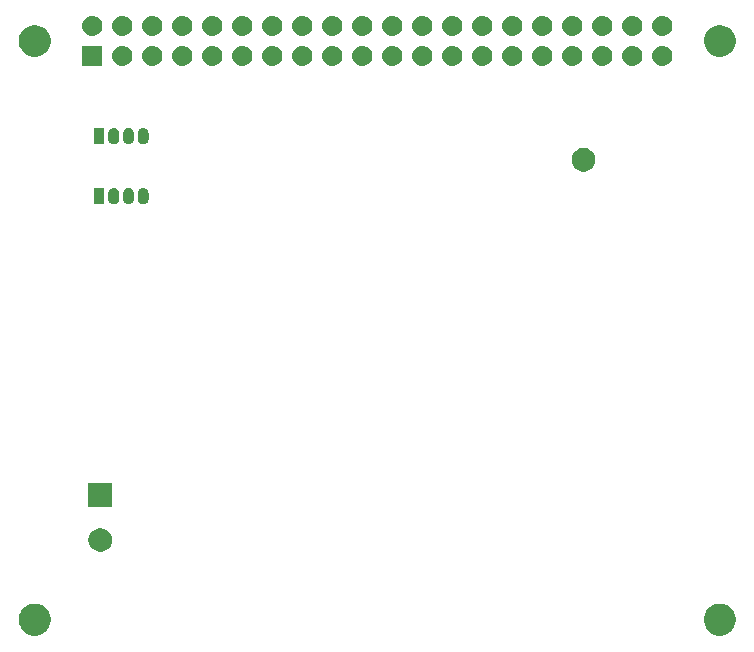
<source format=gbs>
G04 #@! TF.GenerationSoftware,KiCad,Pcbnew,(5.1.0)-1*
G04 #@! TF.CreationDate,2019-05-14T12:18:11-07:00*
G04 #@! TF.ProjectId,ROVPCB,524f5650-4342-42e6-9b69-6361645f7063,rev?*
G04 #@! TF.SameCoordinates,Original*
G04 #@! TF.FileFunction,Soldermask,Bot*
G04 #@! TF.FilePolarity,Negative*
%FSLAX46Y46*%
G04 Gerber Fmt 4.6, Leading zero omitted, Abs format (unit mm)*
G04 Created by KiCad (PCBNEW (5.1.0)-1) date 2019-05-14 12:18:11*
%MOMM*%
%LPD*%
G04 APERTURE LIST*
%ADD10C,0.150000*%
G04 APERTURE END LIST*
D10*
G36*
X203893779Y-145201879D02*
G01*
X204139463Y-145303645D01*
X204139465Y-145303646D01*
X204250769Y-145378017D01*
X204360574Y-145451386D01*
X204548614Y-145639426D01*
X204696355Y-145860537D01*
X204798121Y-146106221D01*
X204850000Y-146367035D01*
X204850000Y-146632965D01*
X204798121Y-146893779D01*
X204696355Y-147139463D01*
X204696354Y-147139465D01*
X204548613Y-147360575D01*
X204360575Y-147548613D01*
X204139465Y-147696354D01*
X204139464Y-147696355D01*
X204139463Y-147696355D01*
X203893779Y-147798121D01*
X203632965Y-147850000D01*
X203367035Y-147850000D01*
X203106221Y-147798121D01*
X202860537Y-147696355D01*
X202860536Y-147696355D01*
X202860535Y-147696354D01*
X202639425Y-147548613D01*
X202451387Y-147360575D01*
X202303646Y-147139465D01*
X202303645Y-147139463D01*
X202201879Y-146893779D01*
X202150000Y-146632965D01*
X202150000Y-146367035D01*
X202201879Y-146106221D01*
X202303645Y-145860537D01*
X202451386Y-145639426D01*
X202639426Y-145451386D01*
X202749231Y-145378017D01*
X202860535Y-145303646D01*
X202860537Y-145303645D01*
X203106221Y-145201879D01*
X203367035Y-145150000D01*
X203632965Y-145150000D01*
X203893779Y-145201879D01*
X203893779Y-145201879D01*
G37*
G36*
X261893779Y-145201879D02*
G01*
X262139463Y-145303645D01*
X262139465Y-145303646D01*
X262250769Y-145378017D01*
X262360574Y-145451386D01*
X262548614Y-145639426D01*
X262696355Y-145860537D01*
X262798121Y-146106221D01*
X262850000Y-146367035D01*
X262850000Y-146632965D01*
X262798121Y-146893779D01*
X262696355Y-147139463D01*
X262696354Y-147139465D01*
X262548613Y-147360575D01*
X262360575Y-147548613D01*
X262139465Y-147696354D01*
X262139464Y-147696355D01*
X262139463Y-147696355D01*
X261893779Y-147798121D01*
X261632965Y-147850000D01*
X261367035Y-147850000D01*
X261106221Y-147798121D01*
X260860537Y-147696355D01*
X260860536Y-147696355D01*
X260860535Y-147696354D01*
X260639425Y-147548613D01*
X260451387Y-147360575D01*
X260303646Y-147139465D01*
X260303645Y-147139463D01*
X260201879Y-146893779D01*
X260150000Y-146632965D01*
X260150000Y-146367035D01*
X260201879Y-146106221D01*
X260303645Y-145860537D01*
X260451386Y-145639426D01*
X260639426Y-145451386D01*
X260749231Y-145378017D01*
X260860535Y-145303646D01*
X260860537Y-145303645D01*
X261106221Y-145201879D01*
X261367035Y-145150000D01*
X261632965Y-145150000D01*
X261893779Y-145201879D01*
X261893779Y-145201879D01*
G37*
G36*
X209331539Y-138798919D02*
G01*
X209513437Y-138874264D01*
X209677135Y-138983643D01*
X209816357Y-139122865D01*
X209925736Y-139286563D01*
X210001081Y-139468461D01*
X210039490Y-139661557D01*
X210039490Y-139858443D01*
X210001081Y-140051539D01*
X209925736Y-140233437D01*
X209816357Y-140397135D01*
X209677135Y-140536357D01*
X209513437Y-140645736D01*
X209331539Y-140721081D01*
X209138443Y-140759490D01*
X208941557Y-140759490D01*
X208748461Y-140721081D01*
X208566563Y-140645736D01*
X208402865Y-140536357D01*
X208263643Y-140397135D01*
X208154264Y-140233437D01*
X208078919Y-140051539D01*
X208040510Y-139858443D01*
X208040510Y-139661557D01*
X208078919Y-139468461D01*
X208154264Y-139286563D01*
X208263643Y-139122865D01*
X208402865Y-138983643D01*
X208566563Y-138874264D01*
X208748461Y-138798919D01*
X208941557Y-138760510D01*
X209138443Y-138760510D01*
X209331539Y-138798919D01*
X209331539Y-138798919D01*
G37*
G36*
X210039490Y-136949490D02*
G01*
X208040510Y-136949490D01*
X208040510Y-134950510D01*
X210039490Y-134950510D01*
X210039490Y-136949490D01*
X210039490Y-136949490D01*
G37*
G36*
X210268214Y-109936511D02*
G01*
X210353040Y-109962243D01*
X210353042Y-109962244D01*
X210431214Y-110004028D01*
X210499738Y-110060263D01*
X210555972Y-110128785D01*
X210569984Y-110155000D01*
X210597757Y-110206959D01*
X210623489Y-110291785D01*
X210630000Y-110357895D01*
X210630000Y-110902105D01*
X210623489Y-110968215D01*
X210597757Y-111053041D01*
X210597756Y-111053043D01*
X210555972Y-111131215D01*
X210499738Y-111199738D01*
X210431215Y-111255972D01*
X210382563Y-111281977D01*
X210353041Y-111297757D01*
X210268215Y-111323489D01*
X210180000Y-111332177D01*
X210091786Y-111323489D01*
X210006960Y-111297757D01*
X209977438Y-111281977D01*
X209928786Y-111255972D01*
X209860263Y-111199738D01*
X209804030Y-111131217D01*
X209762243Y-111053041D01*
X209736511Y-110968213D01*
X209730000Y-110902106D01*
X209730000Y-110357895D01*
X209736511Y-110291788D01*
X209736511Y-110291786D01*
X209762243Y-110206960D01*
X209762245Y-110206957D01*
X209804028Y-110128786D01*
X209860263Y-110060262D01*
X209928785Y-110004028D01*
X210006957Y-109962244D01*
X210006959Y-109962243D01*
X210091785Y-109936511D01*
X210180000Y-109927823D01*
X210268214Y-109936511D01*
X210268214Y-109936511D01*
G37*
G36*
X211518214Y-109936511D02*
G01*
X211603040Y-109962243D01*
X211603042Y-109962244D01*
X211681214Y-110004028D01*
X211749738Y-110060263D01*
X211805972Y-110128785D01*
X211819984Y-110155000D01*
X211847757Y-110206959D01*
X211873489Y-110291785D01*
X211880000Y-110357895D01*
X211880000Y-110902105D01*
X211873489Y-110968215D01*
X211847757Y-111053041D01*
X211847756Y-111053043D01*
X211805972Y-111131215D01*
X211749738Y-111199738D01*
X211681215Y-111255972D01*
X211632563Y-111281977D01*
X211603041Y-111297757D01*
X211518215Y-111323489D01*
X211430000Y-111332177D01*
X211341786Y-111323489D01*
X211256960Y-111297757D01*
X211227438Y-111281977D01*
X211178786Y-111255972D01*
X211110263Y-111199738D01*
X211054030Y-111131217D01*
X211012243Y-111053041D01*
X210986511Y-110968213D01*
X210980000Y-110902106D01*
X210980000Y-110357895D01*
X210986511Y-110291788D01*
X210986511Y-110291786D01*
X211012243Y-110206960D01*
X211012245Y-110206957D01*
X211054028Y-110128786D01*
X211110263Y-110060262D01*
X211178785Y-110004028D01*
X211256957Y-109962244D01*
X211256959Y-109962243D01*
X211341785Y-109936511D01*
X211430000Y-109927823D01*
X211518214Y-109936511D01*
X211518214Y-109936511D01*
G37*
G36*
X212768214Y-109936511D02*
G01*
X212853040Y-109962243D01*
X212853042Y-109962244D01*
X212931214Y-110004028D01*
X212999738Y-110060263D01*
X213055972Y-110128785D01*
X213069984Y-110155000D01*
X213097757Y-110206959D01*
X213123489Y-110291785D01*
X213130000Y-110357895D01*
X213130000Y-110902105D01*
X213123489Y-110968215D01*
X213097757Y-111053041D01*
X213097756Y-111053043D01*
X213055972Y-111131215D01*
X212999738Y-111199738D01*
X212931215Y-111255972D01*
X212882563Y-111281977D01*
X212853041Y-111297757D01*
X212768215Y-111323489D01*
X212680000Y-111332177D01*
X212591786Y-111323489D01*
X212506960Y-111297757D01*
X212477438Y-111281977D01*
X212428786Y-111255972D01*
X212360263Y-111199738D01*
X212304030Y-111131217D01*
X212262243Y-111053041D01*
X212236511Y-110968213D01*
X212230000Y-110902106D01*
X212230000Y-110357895D01*
X212236511Y-110291788D01*
X212236511Y-110291786D01*
X212262243Y-110206960D01*
X212262245Y-110206957D01*
X212304028Y-110128786D01*
X212360263Y-110060262D01*
X212428785Y-110004028D01*
X212506957Y-109962244D01*
X212506959Y-109962243D01*
X212591785Y-109936511D01*
X212680000Y-109927823D01*
X212768214Y-109936511D01*
X212768214Y-109936511D01*
G37*
G36*
X209249083Y-109933715D02*
G01*
X209279454Y-109942928D01*
X209307445Y-109957890D01*
X209331977Y-109978023D01*
X209352110Y-110002555D01*
X209367072Y-110030546D01*
X209376285Y-110060917D01*
X209380000Y-110098640D01*
X209380000Y-111161360D01*
X209376285Y-111199083D01*
X209367072Y-111229454D01*
X209352110Y-111257445D01*
X209331977Y-111281977D01*
X209307445Y-111302110D01*
X209279454Y-111317072D01*
X209249083Y-111326285D01*
X209211360Y-111330000D01*
X208648640Y-111330000D01*
X208610917Y-111326285D01*
X208580546Y-111317072D01*
X208552555Y-111302110D01*
X208528023Y-111281977D01*
X208507890Y-111257445D01*
X208492928Y-111229454D01*
X208483715Y-111199083D01*
X208480000Y-111161360D01*
X208480000Y-110098640D01*
X208483715Y-110060917D01*
X208492928Y-110030546D01*
X208507890Y-110002555D01*
X208528023Y-109978023D01*
X208552555Y-109957890D01*
X208580546Y-109942928D01*
X208610917Y-109933715D01*
X208648640Y-109930000D01*
X209211360Y-109930000D01*
X209249083Y-109933715D01*
X209249083Y-109933715D01*
G37*
G36*
X250261539Y-106598919D02*
G01*
X250443437Y-106674264D01*
X250607135Y-106783643D01*
X250746357Y-106922865D01*
X250855736Y-107086563D01*
X250931081Y-107268461D01*
X250969490Y-107461557D01*
X250969490Y-107658443D01*
X250931081Y-107851539D01*
X250855736Y-108033437D01*
X250746357Y-108197135D01*
X250607135Y-108336357D01*
X250443437Y-108445736D01*
X250261539Y-108521081D01*
X250068443Y-108559490D01*
X249871557Y-108559490D01*
X249678461Y-108521081D01*
X249496563Y-108445736D01*
X249332865Y-108336357D01*
X249193643Y-108197135D01*
X249084264Y-108033437D01*
X249008919Y-107851539D01*
X248970510Y-107658443D01*
X248970510Y-107461557D01*
X249008919Y-107268461D01*
X249084264Y-107086563D01*
X249193643Y-106922865D01*
X249332865Y-106783643D01*
X249496563Y-106674264D01*
X249678461Y-106598919D01*
X249871557Y-106560510D01*
X250068443Y-106560510D01*
X250261539Y-106598919D01*
X250261539Y-106598919D01*
G37*
G36*
X212768214Y-104856511D02*
G01*
X212853040Y-104882243D01*
X212853042Y-104882244D01*
X212931214Y-104924028D01*
X212999738Y-104980263D01*
X213055972Y-105048785D01*
X213069984Y-105075000D01*
X213097757Y-105126959D01*
X213123489Y-105211785D01*
X213130000Y-105277895D01*
X213130000Y-105822105D01*
X213123489Y-105888215D01*
X213097757Y-105973041D01*
X213097756Y-105973043D01*
X213055972Y-106051215D01*
X212999738Y-106119738D01*
X212931215Y-106175972D01*
X212882563Y-106201977D01*
X212853041Y-106217757D01*
X212768215Y-106243489D01*
X212680000Y-106252177D01*
X212591786Y-106243489D01*
X212506960Y-106217757D01*
X212477438Y-106201977D01*
X212428786Y-106175972D01*
X212360263Y-106119738D01*
X212304030Y-106051217D01*
X212262243Y-105973041D01*
X212236511Y-105888213D01*
X212230000Y-105822106D01*
X212230000Y-105277895D01*
X212236511Y-105211788D01*
X212236511Y-105211786D01*
X212262243Y-105126960D01*
X212262245Y-105126957D01*
X212304028Y-105048786D01*
X212360263Y-104980262D01*
X212428785Y-104924028D01*
X212506957Y-104882244D01*
X212506959Y-104882243D01*
X212591785Y-104856511D01*
X212680000Y-104847823D01*
X212768214Y-104856511D01*
X212768214Y-104856511D01*
G37*
G36*
X211518214Y-104856511D02*
G01*
X211603040Y-104882243D01*
X211603042Y-104882244D01*
X211681214Y-104924028D01*
X211749738Y-104980263D01*
X211805972Y-105048785D01*
X211819984Y-105075000D01*
X211847757Y-105126959D01*
X211873489Y-105211785D01*
X211880000Y-105277895D01*
X211880000Y-105822105D01*
X211873489Y-105888215D01*
X211847757Y-105973041D01*
X211847756Y-105973043D01*
X211805972Y-106051215D01*
X211749738Y-106119738D01*
X211681215Y-106175972D01*
X211632563Y-106201977D01*
X211603041Y-106217757D01*
X211518215Y-106243489D01*
X211430000Y-106252177D01*
X211341786Y-106243489D01*
X211256960Y-106217757D01*
X211227438Y-106201977D01*
X211178786Y-106175972D01*
X211110263Y-106119738D01*
X211054030Y-106051217D01*
X211012243Y-105973041D01*
X210986511Y-105888213D01*
X210980000Y-105822106D01*
X210980000Y-105277895D01*
X210986511Y-105211788D01*
X210986511Y-105211786D01*
X211012243Y-105126960D01*
X211012245Y-105126957D01*
X211054028Y-105048786D01*
X211110263Y-104980262D01*
X211178785Y-104924028D01*
X211256957Y-104882244D01*
X211256959Y-104882243D01*
X211341785Y-104856511D01*
X211430000Y-104847823D01*
X211518214Y-104856511D01*
X211518214Y-104856511D01*
G37*
G36*
X210268214Y-104856511D02*
G01*
X210353040Y-104882243D01*
X210353042Y-104882244D01*
X210431214Y-104924028D01*
X210499738Y-104980263D01*
X210555972Y-105048785D01*
X210569984Y-105075000D01*
X210597757Y-105126959D01*
X210623489Y-105211785D01*
X210630000Y-105277895D01*
X210630000Y-105822105D01*
X210623489Y-105888215D01*
X210597757Y-105973041D01*
X210597756Y-105973043D01*
X210555972Y-106051215D01*
X210499738Y-106119738D01*
X210431215Y-106175972D01*
X210382563Y-106201977D01*
X210353041Y-106217757D01*
X210268215Y-106243489D01*
X210180000Y-106252177D01*
X210091786Y-106243489D01*
X210006960Y-106217757D01*
X209977438Y-106201977D01*
X209928786Y-106175972D01*
X209860263Y-106119738D01*
X209804030Y-106051217D01*
X209762243Y-105973041D01*
X209736511Y-105888213D01*
X209730000Y-105822106D01*
X209730000Y-105277895D01*
X209736511Y-105211788D01*
X209736511Y-105211786D01*
X209762243Y-105126960D01*
X209762245Y-105126957D01*
X209804028Y-105048786D01*
X209860263Y-104980262D01*
X209928785Y-104924028D01*
X210006957Y-104882244D01*
X210006959Y-104882243D01*
X210091785Y-104856511D01*
X210180000Y-104847823D01*
X210268214Y-104856511D01*
X210268214Y-104856511D01*
G37*
G36*
X209249083Y-104853715D02*
G01*
X209279454Y-104862928D01*
X209307445Y-104877890D01*
X209331977Y-104898023D01*
X209352110Y-104922555D01*
X209367072Y-104950546D01*
X209376285Y-104980917D01*
X209380000Y-105018640D01*
X209380000Y-106081360D01*
X209376285Y-106119083D01*
X209367072Y-106149454D01*
X209352110Y-106177445D01*
X209331977Y-106201977D01*
X209307445Y-106222110D01*
X209279454Y-106237072D01*
X209249083Y-106246285D01*
X209211360Y-106250000D01*
X208648640Y-106250000D01*
X208610917Y-106246285D01*
X208580546Y-106237072D01*
X208552555Y-106222110D01*
X208528023Y-106201977D01*
X208507890Y-106177445D01*
X208492928Y-106149454D01*
X208483715Y-106119083D01*
X208480000Y-106081360D01*
X208480000Y-105018640D01*
X208483715Y-104980917D01*
X208492928Y-104950546D01*
X208507890Y-104922555D01*
X208528023Y-104898023D01*
X208552555Y-104877890D01*
X208580546Y-104862928D01*
X208610917Y-104853715D01*
X208648640Y-104850000D01*
X209211360Y-104850000D01*
X209249083Y-104853715D01*
X209249083Y-104853715D01*
G37*
G36*
X241556627Y-97932299D02*
G01*
X241636742Y-97956601D01*
X241716855Y-97980903D01*
X241716857Y-97980904D01*
X241864518Y-98059831D01*
X241993949Y-98166051D01*
X242100169Y-98295482D01*
X242179096Y-98443143D01*
X242227701Y-98603373D01*
X242244112Y-98770000D01*
X242227701Y-98936627D01*
X242179096Y-99096857D01*
X242100169Y-99244518D01*
X241993949Y-99373949D01*
X241864518Y-99480169D01*
X241716857Y-99559096D01*
X241716855Y-99559097D01*
X241636742Y-99583398D01*
X241556627Y-99607701D01*
X241431752Y-99620000D01*
X241348248Y-99620000D01*
X241223373Y-99607701D01*
X241143258Y-99583398D01*
X241063145Y-99559097D01*
X241063143Y-99559096D01*
X240915482Y-99480169D01*
X240786051Y-99373949D01*
X240679831Y-99244518D01*
X240600904Y-99096857D01*
X240552299Y-98936627D01*
X240535888Y-98770000D01*
X240552299Y-98603373D01*
X240600904Y-98443143D01*
X240679831Y-98295482D01*
X240786051Y-98166051D01*
X240915482Y-98059831D01*
X241063143Y-97980904D01*
X241063145Y-97980903D01*
X241143258Y-97956601D01*
X241223373Y-97932299D01*
X241348248Y-97920000D01*
X241431752Y-97920000D01*
X241556627Y-97932299D01*
X241556627Y-97932299D01*
G37*
G36*
X256796627Y-97932299D02*
G01*
X256876742Y-97956601D01*
X256956855Y-97980903D01*
X256956857Y-97980904D01*
X257104518Y-98059831D01*
X257233949Y-98166051D01*
X257340169Y-98295482D01*
X257419096Y-98443143D01*
X257467701Y-98603373D01*
X257484112Y-98770000D01*
X257467701Y-98936627D01*
X257419096Y-99096857D01*
X257340169Y-99244518D01*
X257233949Y-99373949D01*
X257104518Y-99480169D01*
X256956857Y-99559096D01*
X256956855Y-99559097D01*
X256876742Y-99583398D01*
X256796627Y-99607701D01*
X256671752Y-99620000D01*
X256588248Y-99620000D01*
X256463373Y-99607701D01*
X256383258Y-99583398D01*
X256303145Y-99559097D01*
X256303143Y-99559096D01*
X256155482Y-99480169D01*
X256026051Y-99373949D01*
X255919831Y-99244518D01*
X255840904Y-99096857D01*
X255792299Y-98936627D01*
X255775888Y-98770000D01*
X255792299Y-98603373D01*
X255840904Y-98443143D01*
X255919831Y-98295482D01*
X256026051Y-98166051D01*
X256155482Y-98059831D01*
X256303143Y-97980904D01*
X256303145Y-97980903D01*
X256383258Y-97956601D01*
X256463373Y-97932299D01*
X256588248Y-97920000D01*
X256671752Y-97920000D01*
X256796627Y-97932299D01*
X256796627Y-97932299D01*
G37*
G36*
X254256627Y-97932299D02*
G01*
X254336742Y-97956601D01*
X254416855Y-97980903D01*
X254416857Y-97980904D01*
X254564518Y-98059831D01*
X254693949Y-98166051D01*
X254800169Y-98295482D01*
X254879096Y-98443143D01*
X254927701Y-98603373D01*
X254944112Y-98770000D01*
X254927701Y-98936627D01*
X254879096Y-99096857D01*
X254800169Y-99244518D01*
X254693949Y-99373949D01*
X254564518Y-99480169D01*
X254416857Y-99559096D01*
X254416855Y-99559097D01*
X254336742Y-99583398D01*
X254256627Y-99607701D01*
X254131752Y-99620000D01*
X254048248Y-99620000D01*
X253923373Y-99607701D01*
X253843258Y-99583398D01*
X253763145Y-99559097D01*
X253763143Y-99559096D01*
X253615482Y-99480169D01*
X253486051Y-99373949D01*
X253379831Y-99244518D01*
X253300904Y-99096857D01*
X253252299Y-98936627D01*
X253235888Y-98770000D01*
X253252299Y-98603373D01*
X253300904Y-98443143D01*
X253379831Y-98295482D01*
X253486051Y-98166051D01*
X253615482Y-98059831D01*
X253763143Y-97980904D01*
X253763145Y-97980903D01*
X253843258Y-97956601D01*
X253923373Y-97932299D01*
X254048248Y-97920000D01*
X254131752Y-97920000D01*
X254256627Y-97932299D01*
X254256627Y-97932299D01*
G37*
G36*
X251716627Y-97932299D02*
G01*
X251796742Y-97956601D01*
X251876855Y-97980903D01*
X251876857Y-97980904D01*
X252024518Y-98059831D01*
X252153949Y-98166051D01*
X252260169Y-98295482D01*
X252339096Y-98443143D01*
X252387701Y-98603373D01*
X252404112Y-98770000D01*
X252387701Y-98936627D01*
X252339096Y-99096857D01*
X252260169Y-99244518D01*
X252153949Y-99373949D01*
X252024518Y-99480169D01*
X251876857Y-99559096D01*
X251876855Y-99559097D01*
X251796742Y-99583398D01*
X251716627Y-99607701D01*
X251591752Y-99620000D01*
X251508248Y-99620000D01*
X251383373Y-99607701D01*
X251303258Y-99583398D01*
X251223145Y-99559097D01*
X251223143Y-99559096D01*
X251075482Y-99480169D01*
X250946051Y-99373949D01*
X250839831Y-99244518D01*
X250760904Y-99096857D01*
X250712299Y-98936627D01*
X250695888Y-98770000D01*
X250712299Y-98603373D01*
X250760904Y-98443143D01*
X250839831Y-98295482D01*
X250946051Y-98166051D01*
X251075482Y-98059831D01*
X251223143Y-97980904D01*
X251223145Y-97980903D01*
X251303258Y-97956601D01*
X251383373Y-97932299D01*
X251508248Y-97920000D01*
X251591752Y-97920000D01*
X251716627Y-97932299D01*
X251716627Y-97932299D01*
G37*
G36*
X249176627Y-97932299D02*
G01*
X249256742Y-97956601D01*
X249336855Y-97980903D01*
X249336857Y-97980904D01*
X249484518Y-98059831D01*
X249613949Y-98166051D01*
X249720169Y-98295482D01*
X249799096Y-98443143D01*
X249847701Y-98603373D01*
X249864112Y-98770000D01*
X249847701Y-98936627D01*
X249799096Y-99096857D01*
X249720169Y-99244518D01*
X249613949Y-99373949D01*
X249484518Y-99480169D01*
X249336857Y-99559096D01*
X249336855Y-99559097D01*
X249256742Y-99583398D01*
X249176627Y-99607701D01*
X249051752Y-99620000D01*
X248968248Y-99620000D01*
X248843373Y-99607701D01*
X248763258Y-99583398D01*
X248683145Y-99559097D01*
X248683143Y-99559096D01*
X248535482Y-99480169D01*
X248406051Y-99373949D01*
X248299831Y-99244518D01*
X248220904Y-99096857D01*
X248172299Y-98936627D01*
X248155888Y-98770000D01*
X248172299Y-98603373D01*
X248220904Y-98443143D01*
X248299831Y-98295482D01*
X248406051Y-98166051D01*
X248535482Y-98059831D01*
X248683143Y-97980904D01*
X248683145Y-97980903D01*
X248763258Y-97956601D01*
X248843373Y-97932299D01*
X248968248Y-97920000D01*
X249051752Y-97920000D01*
X249176627Y-97932299D01*
X249176627Y-97932299D01*
G37*
G36*
X244096627Y-97932299D02*
G01*
X244176742Y-97956601D01*
X244256855Y-97980903D01*
X244256857Y-97980904D01*
X244404518Y-98059831D01*
X244533949Y-98166051D01*
X244640169Y-98295482D01*
X244719096Y-98443143D01*
X244767701Y-98603373D01*
X244784112Y-98770000D01*
X244767701Y-98936627D01*
X244719096Y-99096857D01*
X244640169Y-99244518D01*
X244533949Y-99373949D01*
X244404518Y-99480169D01*
X244256857Y-99559096D01*
X244256855Y-99559097D01*
X244176742Y-99583398D01*
X244096627Y-99607701D01*
X243971752Y-99620000D01*
X243888248Y-99620000D01*
X243763373Y-99607701D01*
X243683258Y-99583398D01*
X243603145Y-99559097D01*
X243603143Y-99559096D01*
X243455482Y-99480169D01*
X243326051Y-99373949D01*
X243219831Y-99244518D01*
X243140904Y-99096857D01*
X243092299Y-98936627D01*
X243075888Y-98770000D01*
X243092299Y-98603373D01*
X243140904Y-98443143D01*
X243219831Y-98295482D01*
X243326051Y-98166051D01*
X243455482Y-98059831D01*
X243603143Y-97980904D01*
X243603145Y-97980903D01*
X243683258Y-97956601D01*
X243763373Y-97932299D01*
X243888248Y-97920000D01*
X243971752Y-97920000D01*
X244096627Y-97932299D01*
X244096627Y-97932299D01*
G37*
G36*
X239016627Y-97932299D02*
G01*
X239096742Y-97956601D01*
X239176855Y-97980903D01*
X239176857Y-97980904D01*
X239324518Y-98059831D01*
X239453949Y-98166051D01*
X239560169Y-98295482D01*
X239639096Y-98443143D01*
X239687701Y-98603373D01*
X239704112Y-98770000D01*
X239687701Y-98936627D01*
X239639096Y-99096857D01*
X239560169Y-99244518D01*
X239453949Y-99373949D01*
X239324518Y-99480169D01*
X239176857Y-99559096D01*
X239176855Y-99559097D01*
X239096742Y-99583398D01*
X239016627Y-99607701D01*
X238891752Y-99620000D01*
X238808248Y-99620000D01*
X238683373Y-99607701D01*
X238603258Y-99583398D01*
X238523145Y-99559097D01*
X238523143Y-99559096D01*
X238375482Y-99480169D01*
X238246051Y-99373949D01*
X238139831Y-99244518D01*
X238060904Y-99096857D01*
X238012299Y-98936627D01*
X237995888Y-98770000D01*
X238012299Y-98603373D01*
X238060904Y-98443143D01*
X238139831Y-98295482D01*
X238246051Y-98166051D01*
X238375482Y-98059831D01*
X238523143Y-97980904D01*
X238523145Y-97980903D01*
X238603258Y-97956601D01*
X238683373Y-97932299D01*
X238808248Y-97920000D01*
X238891752Y-97920000D01*
X239016627Y-97932299D01*
X239016627Y-97932299D01*
G37*
G36*
X236476627Y-97932299D02*
G01*
X236556742Y-97956601D01*
X236636855Y-97980903D01*
X236636857Y-97980904D01*
X236784518Y-98059831D01*
X236913949Y-98166051D01*
X237020169Y-98295482D01*
X237099096Y-98443143D01*
X237147701Y-98603373D01*
X237164112Y-98770000D01*
X237147701Y-98936627D01*
X237099096Y-99096857D01*
X237020169Y-99244518D01*
X236913949Y-99373949D01*
X236784518Y-99480169D01*
X236636857Y-99559096D01*
X236636855Y-99559097D01*
X236556742Y-99583398D01*
X236476627Y-99607701D01*
X236351752Y-99620000D01*
X236268248Y-99620000D01*
X236143373Y-99607701D01*
X236063258Y-99583398D01*
X235983145Y-99559097D01*
X235983143Y-99559096D01*
X235835482Y-99480169D01*
X235706051Y-99373949D01*
X235599831Y-99244518D01*
X235520904Y-99096857D01*
X235472299Y-98936627D01*
X235455888Y-98770000D01*
X235472299Y-98603373D01*
X235520904Y-98443143D01*
X235599831Y-98295482D01*
X235706051Y-98166051D01*
X235835482Y-98059831D01*
X235983143Y-97980904D01*
X235983145Y-97980903D01*
X236063258Y-97956601D01*
X236143373Y-97932299D01*
X236268248Y-97920000D01*
X236351752Y-97920000D01*
X236476627Y-97932299D01*
X236476627Y-97932299D01*
G37*
G36*
X233936627Y-97932299D02*
G01*
X234016742Y-97956601D01*
X234096855Y-97980903D01*
X234096857Y-97980904D01*
X234244518Y-98059831D01*
X234373949Y-98166051D01*
X234480169Y-98295482D01*
X234559096Y-98443143D01*
X234607701Y-98603373D01*
X234624112Y-98770000D01*
X234607701Y-98936627D01*
X234559096Y-99096857D01*
X234480169Y-99244518D01*
X234373949Y-99373949D01*
X234244518Y-99480169D01*
X234096857Y-99559096D01*
X234096855Y-99559097D01*
X234016742Y-99583398D01*
X233936627Y-99607701D01*
X233811752Y-99620000D01*
X233728248Y-99620000D01*
X233603373Y-99607701D01*
X233523258Y-99583398D01*
X233443145Y-99559097D01*
X233443143Y-99559096D01*
X233295482Y-99480169D01*
X233166051Y-99373949D01*
X233059831Y-99244518D01*
X232980904Y-99096857D01*
X232932299Y-98936627D01*
X232915888Y-98770000D01*
X232932299Y-98603373D01*
X232980904Y-98443143D01*
X233059831Y-98295482D01*
X233166051Y-98166051D01*
X233295482Y-98059831D01*
X233443143Y-97980904D01*
X233443145Y-97980903D01*
X233523258Y-97956601D01*
X233603373Y-97932299D01*
X233728248Y-97920000D01*
X233811752Y-97920000D01*
X233936627Y-97932299D01*
X233936627Y-97932299D01*
G37*
G36*
X231396627Y-97932299D02*
G01*
X231476742Y-97956601D01*
X231556855Y-97980903D01*
X231556857Y-97980904D01*
X231704518Y-98059831D01*
X231833949Y-98166051D01*
X231940169Y-98295482D01*
X232019096Y-98443143D01*
X232067701Y-98603373D01*
X232084112Y-98770000D01*
X232067701Y-98936627D01*
X232019096Y-99096857D01*
X231940169Y-99244518D01*
X231833949Y-99373949D01*
X231704518Y-99480169D01*
X231556857Y-99559096D01*
X231556855Y-99559097D01*
X231476742Y-99583398D01*
X231396627Y-99607701D01*
X231271752Y-99620000D01*
X231188248Y-99620000D01*
X231063373Y-99607701D01*
X230983258Y-99583398D01*
X230903145Y-99559097D01*
X230903143Y-99559096D01*
X230755482Y-99480169D01*
X230626051Y-99373949D01*
X230519831Y-99244518D01*
X230440904Y-99096857D01*
X230392299Y-98936627D01*
X230375888Y-98770000D01*
X230392299Y-98603373D01*
X230440904Y-98443143D01*
X230519831Y-98295482D01*
X230626051Y-98166051D01*
X230755482Y-98059831D01*
X230903143Y-97980904D01*
X230903145Y-97980903D01*
X230983258Y-97956601D01*
X231063373Y-97932299D01*
X231188248Y-97920000D01*
X231271752Y-97920000D01*
X231396627Y-97932299D01*
X231396627Y-97932299D01*
G37*
G36*
X226316627Y-97932299D02*
G01*
X226396742Y-97956601D01*
X226476855Y-97980903D01*
X226476857Y-97980904D01*
X226624518Y-98059831D01*
X226753949Y-98166051D01*
X226860169Y-98295482D01*
X226939096Y-98443143D01*
X226987701Y-98603373D01*
X227004112Y-98770000D01*
X226987701Y-98936627D01*
X226939096Y-99096857D01*
X226860169Y-99244518D01*
X226753949Y-99373949D01*
X226624518Y-99480169D01*
X226476857Y-99559096D01*
X226476855Y-99559097D01*
X226396742Y-99583398D01*
X226316627Y-99607701D01*
X226191752Y-99620000D01*
X226108248Y-99620000D01*
X225983373Y-99607701D01*
X225903258Y-99583398D01*
X225823145Y-99559097D01*
X225823143Y-99559096D01*
X225675482Y-99480169D01*
X225546051Y-99373949D01*
X225439831Y-99244518D01*
X225360904Y-99096857D01*
X225312299Y-98936627D01*
X225295888Y-98770000D01*
X225312299Y-98603373D01*
X225360904Y-98443143D01*
X225439831Y-98295482D01*
X225546051Y-98166051D01*
X225675482Y-98059831D01*
X225823143Y-97980904D01*
X225823145Y-97980903D01*
X225903258Y-97956601D01*
X225983373Y-97932299D01*
X226108248Y-97920000D01*
X226191752Y-97920000D01*
X226316627Y-97932299D01*
X226316627Y-97932299D01*
G37*
G36*
X223776627Y-97932299D02*
G01*
X223856742Y-97956601D01*
X223936855Y-97980903D01*
X223936857Y-97980904D01*
X224084518Y-98059831D01*
X224213949Y-98166051D01*
X224320169Y-98295482D01*
X224399096Y-98443143D01*
X224447701Y-98603373D01*
X224464112Y-98770000D01*
X224447701Y-98936627D01*
X224399096Y-99096857D01*
X224320169Y-99244518D01*
X224213949Y-99373949D01*
X224084518Y-99480169D01*
X223936857Y-99559096D01*
X223936855Y-99559097D01*
X223856742Y-99583398D01*
X223776627Y-99607701D01*
X223651752Y-99620000D01*
X223568248Y-99620000D01*
X223443373Y-99607701D01*
X223363258Y-99583398D01*
X223283145Y-99559097D01*
X223283143Y-99559096D01*
X223135482Y-99480169D01*
X223006051Y-99373949D01*
X222899831Y-99244518D01*
X222820904Y-99096857D01*
X222772299Y-98936627D01*
X222755888Y-98770000D01*
X222772299Y-98603373D01*
X222820904Y-98443143D01*
X222899831Y-98295482D01*
X223006051Y-98166051D01*
X223135482Y-98059831D01*
X223283143Y-97980904D01*
X223283145Y-97980903D01*
X223363258Y-97956601D01*
X223443373Y-97932299D01*
X223568248Y-97920000D01*
X223651752Y-97920000D01*
X223776627Y-97932299D01*
X223776627Y-97932299D01*
G37*
G36*
X221236627Y-97932299D02*
G01*
X221316742Y-97956601D01*
X221396855Y-97980903D01*
X221396857Y-97980904D01*
X221544518Y-98059831D01*
X221673949Y-98166051D01*
X221780169Y-98295482D01*
X221859096Y-98443143D01*
X221907701Y-98603373D01*
X221924112Y-98770000D01*
X221907701Y-98936627D01*
X221859096Y-99096857D01*
X221780169Y-99244518D01*
X221673949Y-99373949D01*
X221544518Y-99480169D01*
X221396857Y-99559096D01*
X221396855Y-99559097D01*
X221316742Y-99583398D01*
X221236627Y-99607701D01*
X221111752Y-99620000D01*
X221028248Y-99620000D01*
X220903373Y-99607701D01*
X220823258Y-99583398D01*
X220743145Y-99559097D01*
X220743143Y-99559096D01*
X220595482Y-99480169D01*
X220466051Y-99373949D01*
X220359831Y-99244518D01*
X220280904Y-99096857D01*
X220232299Y-98936627D01*
X220215888Y-98770000D01*
X220232299Y-98603373D01*
X220280904Y-98443143D01*
X220359831Y-98295482D01*
X220466051Y-98166051D01*
X220595482Y-98059831D01*
X220743143Y-97980904D01*
X220743145Y-97980903D01*
X220823258Y-97956601D01*
X220903373Y-97932299D01*
X221028248Y-97920000D01*
X221111752Y-97920000D01*
X221236627Y-97932299D01*
X221236627Y-97932299D01*
G37*
G36*
X246636627Y-97932299D02*
G01*
X246716742Y-97956601D01*
X246796855Y-97980903D01*
X246796857Y-97980904D01*
X246944518Y-98059831D01*
X247073949Y-98166051D01*
X247180169Y-98295482D01*
X247259096Y-98443143D01*
X247307701Y-98603373D01*
X247324112Y-98770000D01*
X247307701Y-98936627D01*
X247259096Y-99096857D01*
X247180169Y-99244518D01*
X247073949Y-99373949D01*
X246944518Y-99480169D01*
X246796857Y-99559096D01*
X246796855Y-99559097D01*
X246716742Y-99583398D01*
X246636627Y-99607701D01*
X246511752Y-99620000D01*
X246428248Y-99620000D01*
X246303373Y-99607701D01*
X246223258Y-99583398D01*
X246143145Y-99559097D01*
X246143143Y-99559096D01*
X245995482Y-99480169D01*
X245866051Y-99373949D01*
X245759831Y-99244518D01*
X245680904Y-99096857D01*
X245632299Y-98936627D01*
X245615888Y-98770000D01*
X245632299Y-98603373D01*
X245680904Y-98443143D01*
X245759831Y-98295482D01*
X245866051Y-98166051D01*
X245995482Y-98059831D01*
X246143143Y-97980904D01*
X246143145Y-97980903D01*
X246223258Y-97956601D01*
X246303373Y-97932299D01*
X246428248Y-97920000D01*
X246511752Y-97920000D01*
X246636627Y-97932299D01*
X246636627Y-97932299D01*
G37*
G36*
X216156627Y-97932299D02*
G01*
X216236742Y-97956601D01*
X216316855Y-97980903D01*
X216316857Y-97980904D01*
X216464518Y-98059831D01*
X216593949Y-98166051D01*
X216700169Y-98295482D01*
X216779096Y-98443143D01*
X216827701Y-98603373D01*
X216844112Y-98770000D01*
X216827701Y-98936627D01*
X216779096Y-99096857D01*
X216700169Y-99244518D01*
X216593949Y-99373949D01*
X216464518Y-99480169D01*
X216316857Y-99559096D01*
X216316855Y-99559097D01*
X216236742Y-99583398D01*
X216156627Y-99607701D01*
X216031752Y-99620000D01*
X215948248Y-99620000D01*
X215823373Y-99607701D01*
X215743258Y-99583398D01*
X215663145Y-99559097D01*
X215663143Y-99559096D01*
X215515482Y-99480169D01*
X215386051Y-99373949D01*
X215279831Y-99244518D01*
X215200904Y-99096857D01*
X215152299Y-98936627D01*
X215135888Y-98770000D01*
X215152299Y-98603373D01*
X215200904Y-98443143D01*
X215279831Y-98295482D01*
X215386051Y-98166051D01*
X215515482Y-98059831D01*
X215663143Y-97980904D01*
X215663145Y-97980903D01*
X215743258Y-97956601D01*
X215823373Y-97932299D01*
X215948248Y-97920000D01*
X216031752Y-97920000D01*
X216156627Y-97932299D01*
X216156627Y-97932299D01*
G37*
G36*
X213616627Y-97932299D02*
G01*
X213696742Y-97956601D01*
X213776855Y-97980903D01*
X213776857Y-97980904D01*
X213924518Y-98059831D01*
X214053949Y-98166051D01*
X214160169Y-98295482D01*
X214239096Y-98443143D01*
X214287701Y-98603373D01*
X214304112Y-98770000D01*
X214287701Y-98936627D01*
X214239096Y-99096857D01*
X214160169Y-99244518D01*
X214053949Y-99373949D01*
X213924518Y-99480169D01*
X213776857Y-99559096D01*
X213776855Y-99559097D01*
X213696742Y-99583398D01*
X213616627Y-99607701D01*
X213491752Y-99620000D01*
X213408248Y-99620000D01*
X213283373Y-99607701D01*
X213203258Y-99583398D01*
X213123145Y-99559097D01*
X213123143Y-99559096D01*
X212975482Y-99480169D01*
X212846051Y-99373949D01*
X212739831Y-99244518D01*
X212660904Y-99096857D01*
X212612299Y-98936627D01*
X212595888Y-98770000D01*
X212612299Y-98603373D01*
X212660904Y-98443143D01*
X212739831Y-98295482D01*
X212846051Y-98166051D01*
X212975482Y-98059831D01*
X213123143Y-97980904D01*
X213123145Y-97980903D01*
X213203258Y-97956601D01*
X213283373Y-97932299D01*
X213408248Y-97920000D01*
X213491752Y-97920000D01*
X213616627Y-97932299D01*
X213616627Y-97932299D01*
G37*
G36*
X209220000Y-99620000D02*
G01*
X207520000Y-99620000D01*
X207520000Y-97920000D01*
X209220000Y-97920000D01*
X209220000Y-99620000D01*
X209220000Y-99620000D01*
G37*
G36*
X218696627Y-97932299D02*
G01*
X218776742Y-97956601D01*
X218856855Y-97980903D01*
X218856857Y-97980904D01*
X219004518Y-98059831D01*
X219133949Y-98166051D01*
X219240169Y-98295482D01*
X219319096Y-98443143D01*
X219367701Y-98603373D01*
X219384112Y-98770000D01*
X219367701Y-98936627D01*
X219319096Y-99096857D01*
X219240169Y-99244518D01*
X219133949Y-99373949D01*
X219004518Y-99480169D01*
X218856857Y-99559096D01*
X218856855Y-99559097D01*
X218776742Y-99583398D01*
X218696627Y-99607701D01*
X218571752Y-99620000D01*
X218488248Y-99620000D01*
X218363373Y-99607701D01*
X218283258Y-99583398D01*
X218203145Y-99559097D01*
X218203143Y-99559096D01*
X218055482Y-99480169D01*
X217926051Y-99373949D01*
X217819831Y-99244518D01*
X217740904Y-99096857D01*
X217692299Y-98936627D01*
X217675888Y-98770000D01*
X217692299Y-98603373D01*
X217740904Y-98443143D01*
X217819831Y-98295482D01*
X217926051Y-98166051D01*
X218055482Y-98059831D01*
X218203143Y-97980904D01*
X218203145Y-97980903D01*
X218283258Y-97956601D01*
X218363373Y-97932299D01*
X218488248Y-97920000D01*
X218571752Y-97920000D01*
X218696627Y-97932299D01*
X218696627Y-97932299D01*
G37*
G36*
X211076627Y-97932299D02*
G01*
X211156742Y-97956601D01*
X211236855Y-97980903D01*
X211236857Y-97980904D01*
X211384518Y-98059831D01*
X211513949Y-98166051D01*
X211620169Y-98295482D01*
X211699096Y-98443143D01*
X211747701Y-98603373D01*
X211764112Y-98770000D01*
X211747701Y-98936627D01*
X211699096Y-99096857D01*
X211620169Y-99244518D01*
X211513949Y-99373949D01*
X211384518Y-99480169D01*
X211236857Y-99559096D01*
X211236855Y-99559097D01*
X211156742Y-99583398D01*
X211076627Y-99607701D01*
X210951752Y-99620000D01*
X210868248Y-99620000D01*
X210743373Y-99607701D01*
X210663258Y-99583398D01*
X210583145Y-99559097D01*
X210583143Y-99559096D01*
X210435482Y-99480169D01*
X210306051Y-99373949D01*
X210199831Y-99244518D01*
X210120904Y-99096857D01*
X210072299Y-98936627D01*
X210055888Y-98770000D01*
X210072299Y-98603373D01*
X210120904Y-98443143D01*
X210199831Y-98295482D01*
X210306051Y-98166051D01*
X210435482Y-98059831D01*
X210583143Y-97980904D01*
X210583145Y-97980903D01*
X210663258Y-97956601D01*
X210743373Y-97932299D01*
X210868248Y-97920000D01*
X210951752Y-97920000D01*
X211076627Y-97932299D01*
X211076627Y-97932299D01*
G37*
G36*
X228856627Y-97932299D02*
G01*
X228936742Y-97956601D01*
X229016855Y-97980903D01*
X229016857Y-97980904D01*
X229164518Y-98059831D01*
X229293949Y-98166051D01*
X229400169Y-98295482D01*
X229479096Y-98443143D01*
X229527701Y-98603373D01*
X229544112Y-98770000D01*
X229527701Y-98936627D01*
X229479096Y-99096857D01*
X229400169Y-99244518D01*
X229293949Y-99373949D01*
X229164518Y-99480169D01*
X229016857Y-99559096D01*
X229016855Y-99559097D01*
X228936742Y-99583398D01*
X228856627Y-99607701D01*
X228731752Y-99620000D01*
X228648248Y-99620000D01*
X228523373Y-99607701D01*
X228443258Y-99583398D01*
X228363145Y-99559097D01*
X228363143Y-99559096D01*
X228215482Y-99480169D01*
X228086051Y-99373949D01*
X227979831Y-99244518D01*
X227900904Y-99096857D01*
X227852299Y-98936627D01*
X227835888Y-98770000D01*
X227852299Y-98603373D01*
X227900904Y-98443143D01*
X227979831Y-98295482D01*
X228086051Y-98166051D01*
X228215482Y-98059831D01*
X228363143Y-97980904D01*
X228363145Y-97980903D01*
X228443258Y-97956601D01*
X228523373Y-97932299D01*
X228648248Y-97920000D01*
X228731752Y-97920000D01*
X228856627Y-97932299D01*
X228856627Y-97932299D01*
G37*
G36*
X261893779Y-96201879D02*
G01*
X262139463Y-96303645D01*
X262139465Y-96303646D01*
X262250769Y-96378017D01*
X262360574Y-96451386D01*
X262548614Y-96639426D01*
X262696355Y-96860537D01*
X262798121Y-97106221D01*
X262850000Y-97367035D01*
X262850000Y-97632965D01*
X262798121Y-97893779D01*
X262696355Y-98139463D01*
X262592108Y-98295481D01*
X262548613Y-98360575D01*
X262360575Y-98548613D01*
X262139465Y-98696354D01*
X262139464Y-98696355D01*
X262139463Y-98696355D01*
X261893779Y-98798121D01*
X261632965Y-98850000D01*
X261367035Y-98850000D01*
X261106221Y-98798121D01*
X260860537Y-98696355D01*
X260860536Y-98696355D01*
X260860535Y-98696354D01*
X260639425Y-98548613D01*
X260451387Y-98360575D01*
X260407893Y-98295481D01*
X260303645Y-98139463D01*
X260201879Y-97893779D01*
X260150000Y-97632965D01*
X260150000Y-97367035D01*
X260201879Y-97106221D01*
X260303645Y-96860537D01*
X260451386Y-96639426D01*
X260639426Y-96451386D01*
X260749231Y-96378017D01*
X260860535Y-96303646D01*
X260860537Y-96303645D01*
X261106221Y-96201879D01*
X261367035Y-96150000D01*
X261632965Y-96150000D01*
X261893779Y-96201879D01*
X261893779Y-96201879D01*
G37*
G36*
X203893779Y-96201879D02*
G01*
X204139463Y-96303645D01*
X204139465Y-96303646D01*
X204250769Y-96378017D01*
X204360574Y-96451386D01*
X204548614Y-96639426D01*
X204696355Y-96860537D01*
X204798121Y-97106221D01*
X204850000Y-97367035D01*
X204850000Y-97632965D01*
X204798121Y-97893779D01*
X204696355Y-98139463D01*
X204592108Y-98295481D01*
X204548613Y-98360575D01*
X204360575Y-98548613D01*
X204139465Y-98696354D01*
X204139464Y-98696355D01*
X204139463Y-98696355D01*
X203893779Y-98798121D01*
X203632965Y-98850000D01*
X203367035Y-98850000D01*
X203106221Y-98798121D01*
X202860537Y-98696355D01*
X202860536Y-98696355D01*
X202860535Y-98696354D01*
X202639425Y-98548613D01*
X202451387Y-98360575D01*
X202407893Y-98295481D01*
X202303645Y-98139463D01*
X202201879Y-97893779D01*
X202150000Y-97632965D01*
X202150000Y-97367035D01*
X202201879Y-97106221D01*
X202303645Y-96860537D01*
X202451386Y-96639426D01*
X202639426Y-96451386D01*
X202749231Y-96378017D01*
X202860535Y-96303646D01*
X202860537Y-96303645D01*
X203106221Y-96201879D01*
X203367035Y-96150000D01*
X203632965Y-96150000D01*
X203893779Y-96201879D01*
X203893779Y-96201879D01*
G37*
G36*
X236476627Y-95392299D02*
G01*
X236556742Y-95416601D01*
X236636855Y-95440903D01*
X236636857Y-95440904D01*
X236784518Y-95519831D01*
X236913949Y-95626051D01*
X237020169Y-95755482D01*
X237099096Y-95903143D01*
X237147701Y-96063373D01*
X237164112Y-96230000D01*
X237147701Y-96396627D01*
X237099096Y-96556857D01*
X237020169Y-96704518D01*
X236913949Y-96833949D01*
X236784518Y-96940169D01*
X236636857Y-97019096D01*
X236636855Y-97019097D01*
X236556742Y-97043399D01*
X236476627Y-97067701D01*
X236351752Y-97080000D01*
X236268248Y-97080000D01*
X236143373Y-97067701D01*
X236063258Y-97043399D01*
X235983145Y-97019097D01*
X235983143Y-97019096D01*
X235835482Y-96940169D01*
X235706051Y-96833949D01*
X235599831Y-96704518D01*
X235520904Y-96556857D01*
X235472299Y-96396627D01*
X235455888Y-96230000D01*
X235472299Y-96063373D01*
X235520904Y-95903143D01*
X235599831Y-95755482D01*
X235706051Y-95626051D01*
X235835482Y-95519831D01*
X235983143Y-95440904D01*
X235983145Y-95440903D01*
X236063258Y-95416601D01*
X236143373Y-95392299D01*
X236268248Y-95380000D01*
X236351752Y-95380000D01*
X236476627Y-95392299D01*
X236476627Y-95392299D01*
G37*
G36*
X233936627Y-95392299D02*
G01*
X234016742Y-95416601D01*
X234096855Y-95440903D01*
X234096857Y-95440904D01*
X234244518Y-95519831D01*
X234373949Y-95626051D01*
X234480169Y-95755482D01*
X234559096Y-95903143D01*
X234607701Y-96063373D01*
X234624112Y-96230000D01*
X234607701Y-96396627D01*
X234559096Y-96556857D01*
X234480169Y-96704518D01*
X234373949Y-96833949D01*
X234244518Y-96940169D01*
X234096857Y-97019096D01*
X234096855Y-97019097D01*
X234016742Y-97043399D01*
X233936627Y-97067701D01*
X233811752Y-97080000D01*
X233728248Y-97080000D01*
X233603373Y-97067701D01*
X233523258Y-97043399D01*
X233443145Y-97019097D01*
X233443143Y-97019096D01*
X233295482Y-96940169D01*
X233166051Y-96833949D01*
X233059831Y-96704518D01*
X232980904Y-96556857D01*
X232932299Y-96396627D01*
X232915888Y-96230000D01*
X232932299Y-96063373D01*
X232980904Y-95903143D01*
X233059831Y-95755482D01*
X233166051Y-95626051D01*
X233295482Y-95519831D01*
X233443143Y-95440904D01*
X233443145Y-95440903D01*
X233523258Y-95416601D01*
X233603373Y-95392299D01*
X233728248Y-95380000D01*
X233811752Y-95380000D01*
X233936627Y-95392299D01*
X233936627Y-95392299D01*
G37*
G36*
X231396627Y-95392299D02*
G01*
X231476742Y-95416601D01*
X231556855Y-95440903D01*
X231556857Y-95440904D01*
X231704518Y-95519831D01*
X231833949Y-95626051D01*
X231940169Y-95755482D01*
X232019096Y-95903143D01*
X232067701Y-96063373D01*
X232084112Y-96230000D01*
X232067701Y-96396627D01*
X232019096Y-96556857D01*
X231940169Y-96704518D01*
X231833949Y-96833949D01*
X231704518Y-96940169D01*
X231556857Y-97019096D01*
X231556855Y-97019097D01*
X231476742Y-97043399D01*
X231396627Y-97067701D01*
X231271752Y-97080000D01*
X231188248Y-97080000D01*
X231063373Y-97067701D01*
X230983258Y-97043399D01*
X230903145Y-97019097D01*
X230903143Y-97019096D01*
X230755482Y-96940169D01*
X230626051Y-96833949D01*
X230519831Y-96704518D01*
X230440904Y-96556857D01*
X230392299Y-96396627D01*
X230375888Y-96230000D01*
X230392299Y-96063373D01*
X230440904Y-95903143D01*
X230519831Y-95755482D01*
X230626051Y-95626051D01*
X230755482Y-95519831D01*
X230903143Y-95440904D01*
X230903145Y-95440903D01*
X230983258Y-95416601D01*
X231063373Y-95392299D01*
X231188248Y-95380000D01*
X231271752Y-95380000D01*
X231396627Y-95392299D01*
X231396627Y-95392299D01*
G37*
G36*
X228856627Y-95392299D02*
G01*
X228936742Y-95416601D01*
X229016855Y-95440903D01*
X229016857Y-95440904D01*
X229164518Y-95519831D01*
X229293949Y-95626051D01*
X229400169Y-95755482D01*
X229479096Y-95903143D01*
X229527701Y-96063373D01*
X229544112Y-96230000D01*
X229527701Y-96396627D01*
X229479096Y-96556857D01*
X229400169Y-96704518D01*
X229293949Y-96833949D01*
X229164518Y-96940169D01*
X229016857Y-97019096D01*
X229016855Y-97019097D01*
X228936742Y-97043399D01*
X228856627Y-97067701D01*
X228731752Y-97080000D01*
X228648248Y-97080000D01*
X228523373Y-97067701D01*
X228443258Y-97043399D01*
X228363145Y-97019097D01*
X228363143Y-97019096D01*
X228215482Y-96940169D01*
X228086051Y-96833949D01*
X227979831Y-96704518D01*
X227900904Y-96556857D01*
X227852299Y-96396627D01*
X227835888Y-96230000D01*
X227852299Y-96063373D01*
X227900904Y-95903143D01*
X227979831Y-95755482D01*
X228086051Y-95626051D01*
X228215482Y-95519831D01*
X228363143Y-95440904D01*
X228363145Y-95440903D01*
X228443258Y-95416601D01*
X228523373Y-95392299D01*
X228648248Y-95380000D01*
X228731752Y-95380000D01*
X228856627Y-95392299D01*
X228856627Y-95392299D01*
G37*
G36*
X216156627Y-95392299D02*
G01*
X216236742Y-95416601D01*
X216316855Y-95440903D01*
X216316857Y-95440904D01*
X216464518Y-95519831D01*
X216593949Y-95626051D01*
X216700169Y-95755482D01*
X216779096Y-95903143D01*
X216827701Y-96063373D01*
X216844112Y-96230000D01*
X216827701Y-96396627D01*
X216779096Y-96556857D01*
X216700169Y-96704518D01*
X216593949Y-96833949D01*
X216464518Y-96940169D01*
X216316857Y-97019096D01*
X216316855Y-97019097D01*
X216236742Y-97043399D01*
X216156627Y-97067701D01*
X216031752Y-97080000D01*
X215948248Y-97080000D01*
X215823373Y-97067701D01*
X215743258Y-97043399D01*
X215663145Y-97019097D01*
X215663143Y-97019096D01*
X215515482Y-96940169D01*
X215386051Y-96833949D01*
X215279831Y-96704518D01*
X215200904Y-96556857D01*
X215152299Y-96396627D01*
X215135888Y-96230000D01*
X215152299Y-96063373D01*
X215200904Y-95903143D01*
X215279831Y-95755482D01*
X215386051Y-95626051D01*
X215515482Y-95519831D01*
X215663143Y-95440904D01*
X215663145Y-95440903D01*
X215743258Y-95416601D01*
X215823373Y-95392299D01*
X215948248Y-95380000D01*
X216031752Y-95380000D01*
X216156627Y-95392299D01*
X216156627Y-95392299D01*
G37*
G36*
X226316627Y-95392299D02*
G01*
X226396742Y-95416601D01*
X226476855Y-95440903D01*
X226476857Y-95440904D01*
X226624518Y-95519831D01*
X226753949Y-95626051D01*
X226860169Y-95755482D01*
X226939096Y-95903143D01*
X226987701Y-96063373D01*
X227004112Y-96230000D01*
X226987701Y-96396627D01*
X226939096Y-96556857D01*
X226860169Y-96704518D01*
X226753949Y-96833949D01*
X226624518Y-96940169D01*
X226476857Y-97019096D01*
X226476855Y-97019097D01*
X226396742Y-97043399D01*
X226316627Y-97067701D01*
X226191752Y-97080000D01*
X226108248Y-97080000D01*
X225983373Y-97067701D01*
X225903258Y-97043399D01*
X225823145Y-97019097D01*
X225823143Y-97019096D01*
X225675482Y-96940169D01*
X225546051Y-96833949D01*
X225439831Y-96704518D01*
X225360904Y-96556857D01*
X225312299Y-96396627D01*
X225295888Y-96230000D01*
X225312299Y-96063373D01*
X225360904Y-95903143D01*
X225439831Y-95755482D01*
X225546051Y-95626051D01*
X225675482Y-95519831D01*
X225823143Y-95440904D01*
X225823145Y-95440903D01*
X225903258Y-95416601D01*
X225983373Y-95392299D01*
X226108248Y-95380000D01*
X226191752Y-95380000D01*
X226316627Y-95392299D01*
X226316627Y-95392299D01*
G37*
G36*
X223776627Y-95392299D02*
G01*
X223856742Y-95416601D01*
X223936855Y-95440903D01*
X223936857Y-95440904D01*
X224084518Y-95519831D01*
X224213949Y-95626051D01*
X224320169Y-95755482D01*
X224399096Y-95903143D01*
X224447701Y-96063373D01*
X224464112Y-96230000D01*
X224447701Y-96396627D01*
X224399096Y-96556857D01*
X224320169Y-96704518D01*
X224213949Y-96833949D01*
X224084518Y-96940169D01*
X223936857Y-97019096D01*
X223936855Y-97019097D01*
X223856742Y-97043399D01*
X223776627Y-97067701D01*
X223651752Y-97080000D01*
X223568248Y-97080000D01*
X223443373Y-97067701D01*
X223363258Y-97043399D01*
X223283145Y-97019097D01*
X223283143Y-97019096D01*
X223135482Y-96940169D01*
X223006051Y-96833949D01*
X222899831Y-96704518D01*
X222820904Y-96556857D01*
X222772299Y-96396627D01*
X222755888Y-96230000D01*
X222772299Y-96063373D01*
X222820904Y-95903143D01*
X222899831Y-95755482D01*
X223006051Y-95626051D01*
X223135482Y-95519831D01*
X223283143Y-95440904D01*
X223283145Y-95440903D01*
X223363258Y-95416601D01*
X223443373Y-95392299D01*
X223568248Y-95380000D01*
X223651752Y-95380000D01*
X223776627Y-95392299D01*
X223776627Y-95392299D01*
G37*
G36*
X218696627Y-95392299D02*
G01*
X218776742Y-95416601D01*
X218856855Y-95440903D01*
X218856857Y-95440904D01*
X219004518Y-95519831D01*
X219133949Y-95626051D01*
X219240169Y-95755482D01*
X219319096Y-95903143D01*
X219367701Y-96063373D01*
X219384112Y-96230000D01*
X219367701Y-96396627D01*
X219319096Y-96556857D01*
X219240169Y-96704518D01*
X219133949Y-96833949D01*
X219004518Y-96940169D01*
X218856857Y-97019096D01*
X218856855Y-97019097D01*
X218776742Y-97043399D01*
X218696627Y-97067701D01*
X218571752Y-97080000D01*
X218488248Y-97080000D01*
X218363373Y-97067701D01*
X218283258Y-97043399D01*
X218203145Y-97019097D01*
X218203143Y-97019096D01*
X218055482Y-96940169D01*
X217926051Y-96833949D01*
X217819831Y-96704518D01*
X217740904Y-96556857D01*
X217692299Y-96396627D01*
X217675888Y-96230000D01*
X217692299Y-96063373D01*
X217740904Y-95903143D01*
X217819831Y-95755482D01*
X217926051Y-95626051D01*
X218055482Y-95519831D01*
X218203143Y-95440904D01*
X218203145Y-95440903D01*
X218283258Y-95416601D01*
X218363373Y-95392299D01*
X218488248Y-95380000D01*
X218571752Y-95380000D01*
X218696627Y-95392299D01*
X218696627Y-95392299D01*
G37*
G36*
X208536627Y-95392299D02*
G01*
X208616742Y-95416601D01*
X208696855Y-95440903D01*
X208696857Y-95440904D01*
X208844518Y-95519831D01*
X208973949Y-95626051D01*
X209080169Y-95755482D01*
X209159096Y-95903143D01*
X209207701Y-96063373D01*
X209224112Y-96230000D01*
X209207701Y-96396627D01*
X209159096Y-96556857D01*
X209080169Y-96704518D01*
X208973949Y-96833949D01*
X208844518Y-96940169D01*
X208696857Y-97019096D01*
X208696855Y-97019097D01*
X208616742Y-97043399D01*
X208536627Y-97067701D01*
X208411752Y-97080000D01*
X208328248Y-97080000D01*
X208203373Y-97067701D01*
X208123258Y-97043399D01*
X208043145Y-97019097D01*
X208043143Y-97019096D01*
X207895482Y-96940169D01*
X207766051Y-96833949D01*
X207659831Y-96704518D01*
X207580904Y-96556857D01*
X207532299Y-96396627D01*
X207515888Y-96230000D01*
X207532299Y-96063373D01*
X207580904Y-95903143D01*
X207659831Y-95755482D01*
X207766051Y-95626051D01*
X207895482Y-95519831D01*
X208043143Y-95440904D01*
X208043145Y-95440903D01*
X208123258Y-95416601D01*
X208203373Y-95392299D01*
X208328248Y-95380000D01*
X208411752Y-95380000D01*
X208536627Y-95392299D01*
X208536627Y-95392299D01*
G37*
G36*
X211076627Y-95392299D02*
G01*
X211156742Y-95416601D01*
X211236855Y-95440903D01*
X211236857Y-95440904D01*
X211384518Y-95519831D01*
X211513949Y-95626051D01*
X211620169Y-95755482D01*
X211699096Y-95903143D01*
X211747701Y-96063373D01*
X211764112Y-96230000D01*
X211747701Y-96396627D01*
X211699096Y-96556857D01*
X211620169Y-96704518D01*
X211513949Y-96833949D01*
X211384518Y-96940169D01*
X211236857Y-97019096D01*
X211236855Y-97019097D01*
X211156742Y-97043399D01*
X211076627Y-97067701D01*
X210951752Y-97080000D01*
X210868248Y-97080000D01*
X210743373Y-97067701D01*
X210663258Y-97043399D01*
X210583145Y-97019097D01*
X210583143Y-97019096D01*
X210435482Y-96940169D01*
X210306051Y-96833949D01*
X210199831Y-96704518D01*
X210120904Y-96556857D01*
X210072299Y-96396627D01*
X210055888Y-96230000D01*
X210072299Y-96063373D01*
X210120904Y-95903143D01*
X210199831Y-95755482D01*
X210306051Y-95626051D01*
X210435482Y-95519831D01*
X210583143Y-95440904D01*
X210583145Y-95440903D01*
X210663258Y-95416601D01*
X210743373Y-95392299D01*
X210868248Y-95380000D01*
X210951752Y-95380000D01*
X211076627Y-95392299D01*
X211076627Y-95392299D01*
G37*
G36*
X213616627Y-95392299D02*
G01*
X213696742Y-95416601D01*
X213776855Y-95440903D01*
X213776857Y-95440904D01*
X213924518Y-95519831D01*
X214053949Y-95626051D01*
X214160169Y-95755482D01*
X214239096Y-95903143D01*
X214287701Y-96063373D01*
X214304112Y-96230000D01*
X214287701Y-96396627D01*
X214239096Y-96556857D01*
X214160169Y-96704518D01*
X214053949Y-96833949D01*
X213924518Y-96940169D01*
X213776857Y-97019096D01*
X213776855Y-97019097D01*
X213696742Y-97043399D01*
X213616627Y-97067701D01*
X213491752Y-97080000D01*
X213408248Y-97080000D01*
X213283373Y-97067701D01*
X213203258Y-97043399D01*
X213123145Y-97019097D01*
X213123143Y-97019096D01*
X212975482Y-96940169D01*
X212846051Y-96833949D01*
X212739831Y-96704518D01*
X212660904Y-96556857D01*
X212612299Y-96396627D01*
X212595888Y-96230000D01*
X212612299Y-96063373D01*
X212660904Y-95903143D01*
X212739831Y-95755482D01*
X212846051Y-95626051D01*
X212975482Y-95519831D01*
X213123143Y-95440904D01*
X213123145Y-95440903D01*
X213203258Y-95416601D01*
X213283373Y-95392299D01*
X213408248Y-95380000D01*
X213491752Y-95380000D01*
X213616627Y-95392299D01*
X213616627Y-95392299D01*
G37*
G36*
X221236627Y-95392299D02*
G01*
X221316742Y-95416601D01*
X221396855Y-95440903D01*
X221396857Y-95440904D01*
X221544518Y-95519831D01*
X221673949Y-95626051D01*
X221780169Y-95755482D01*
X221859096Y-95903143D01*
X221907701Y-96063373D01*
X221924112Y-96230000D01*
X221907701Y-96396627D01*
X221859096Y-96556857D01*
X221780169Y-96704518D01*
X221673949Y-96833949D01*
X221544518Y-96940169D01*
X221396857Y-97019096D01*
X221396855Y-97019097D01*
X221316742Y-97043399D01*
X221236627Y-97067701D01*
X221111752Y-97080000D01*
X221028248Y-97080000D01*
X220903373Y-97067701D01*
X220823258Y-97043399D01*
X220743145Y-97019097D01*
X220743143Y-97019096D01*
X220595482Y-96940169D01*
X220466051Y-96833949D01*
X220359831Y-96704518D01*
X220280904Y-96556857D01*
X220232299Y-96396627D01*
X220215888Y-96230000D01*
X220232299Y-96063373D01*
X220280904Y-95903143D01*
X220359831Y-95755482D01*
X220466051Y-95626051D01*
X220595482Y-95519831D01*
X220743143Y-95440904D01*
X220743145Y-95440903D01*
X220823258Y-95416601D01*
X220903373Y-95392299D01*
X221028248Y-95380000D01*
X221111752Y-95380000D01*
X221236627Y-95392299D01*
X221236627Y-95392299D01*
G37*
G36*
X239016627Y-95392299D02*
G01*
X239096742Y-95416601D01*
X239176855Y-95440903D01*
X239176857Y-95440904D01*
X239324518Y-95519831D01*
X239453949Y-95626051D01*
X239560169Y-95755482D01*
X239639096Y-95903143D01*
X239687701Y-96063373D01*
X239704112Y-96230000D01*
X239687701Y-96396627D01*
X239639096Y-96556857D01*
X239560169Y-96704518D01*
X239453949Y-96833949D01*
X239324518Y-96940169D01*
X239176857Y-97019096D01*
X239176855Y-97019097D01*
X239096742Y-97043399D01*
X239016627Y-97067701D01*
X238891752Y-97080000D01*
X238808248Y-97080000D01*
X238683373Y-97067701D01*
X238603258Y-97043399D01*
X238523145Y-97019097D01*
X238523143Y-97019096D01*
X238375482Y-96940169D01*
X238246051Y-96833949D01*
X238139831Y-96704518D01*
X238060904Y-96556857D01*
X238012299Y-96396627D01*
X237995888Y-96230000D01*
X238012299Y-96063373D01*
X238060904Y-95903143D01*
X238139831Y-95755482D01*
X238246051Y-95626051D01*
X238375482Y-95519831D01*
X238523143Y-95440904D01*
X238523145Y-95440903D01*
X238603258Y-95416601D01*
X238683373Y-95392299D01*
X238808248Y-95380000D01*
X238891752Y-95380000D01*
X239016627Y-95392299D01*
X239016627Y-95392299D01*
G37*
G36*
X249176627Y-95392299D02*
G01*
X249256742Y-95416601D01*
X249336855Y-95440903D01*
X249336857Y-95440904D01*
X249484518Y-95519831D01*
X249613949Y-95626051D01*
X249720169Y-95755482D01*
X249799096Y-95903143D01*
X249847701Y-96063373D01*
X249864112Y-96230000D01*
X249847701Y-96396627D01*
X249799096Y-96556857D01*
X249720169Y-96704518D01*
X249613949Y-96833949D01*
X249484518Y-96940169D01*
X249336857Y-97019096D01*
X249336855Y-97019097D01*
X249256742Y-97043399D01*
X249176627Y-97067701D01*
X249051752Y-97080000D01*
X248968248Y-97080000D01*
X248843373Y-97067701D01*
X248763258Y-97043399D01*
X248683145Y-97019097D01*
X248683143Y-97019096D01*
X248535482Y-96940169D01*
X248406051Y-96833949D01*
X248299831Y-96704518D01*
X248220904Y-96556857D01*
X248172299Y-96396627D01*
X248155888Y-96230000D01*
X248172299Y-96063373D01*
X248220904Y-95903143D01*
X248299831Y-95755482D01*
X248406051Y-95626051D01*
X248535482Y-95519831D01*
X248683143Y-95440904D01*
X248683145Y-95440903D01*
X248763258Y-95416601D01*
X248843373Y-95392299D01*
X248968248Y-95380000D01*
X249051752Y-95380000D01*
X249176627Y-95392299D01*
X249176627Y-95392299D01*
G37*
G36*
X246636627Y-95392299D02*
G01*
X246716742Y-95416601D01*
X246796855Y-95440903D01*
X246796857Y-95440904D01*
X246944518Y-95519831D01*
X247073949Y-95626051D01*
X247180169Y-95755482D01*
X247259096Y-95903143D01*
X247307701Y-96063373D01*
X247324112Y-96230000D01*
X247307701Y-96396627D01*
X247259096Y-96556857D01*
X247180169Y-96704518D01*
X247073949Y-96833949D01*
X246944518Y-96940169D01*
X246796857Y-97019096D01*
X246796855Y-97019097D01*
X246716742Y-97043399D01*
X246636627Y-97067701D01*
X246511752Y-97080000D01*
X246428248Y-97080000D01*
X246303373Y-97067701D01*
X246223258Y-97043399D01*
X246143145Y-97019097D01*
X246143143Y-97019096D01*
X245995482Y-96940169D01*
X245866051Y-96833949D01*
X245759831Y-96704518D01*
X245680904Y-96556857D01*
X245632299Y-96396627D01*
X245615888Y-96230000D01*
X245632299Y-96063373D01*
X245680904Y-95903143D01*
X245759831Y-95755482D01*
X245866051Y-95626051D01*
X245995482Y-95519831D01*
X246143143Y-95440904D01*
X246143145Y-95440903D01*
X246223258Y-95416601D01*
X246303373Y-95392299D01*
X246428248Y-95380000D01*
X246511752Y-95380000D01*
X246636627Y-95392299D01*
X246636627Y-95392299D01*
G37*
G36*
X256796627Y-95392299D02*
G01*
X256876742Y-95416601D01*
X256956855Y-95440903D01*
X256956857Y-95440904D01*
X257104518Y-95519831D01*
X257233949Y-95626051D01*
X257340169Y-95755482D01*
X257419096Y-95903143D01*
X257467701Y-96063373D01*
X257484112Y-96230000D01*
X257467701Y-96396627D01*
X257419096Y-96556857D01*
X257340169Y-96704518D01*
X257233949Y-96833949D01*
X257104518Y-96940169D01*
X256956857Y-97019096D01*
X256956855Y-97019097D01*
X256876742Y-97043399D01*
X256796627Y-97067701D01*
X256671752Y-97080000D01*
X256588248Y-97080000D01*
X256463373Y-97067701D01*
X256383258Y-97043399D01*
X256303145Y-97019097D01*
X256303143Y-97019096D01*
X256155482Y-96940169D01*
X256026051Y-96833949D01*
X255919831Y-96704518D01*
X255840904Y-96556857D01*
X255792299Y-96396627D01*
X255775888Y-96230000D01*
X255792299Y-96063373D01*
X255840904Y-95903143D01*
X255919831Y-95755482D01*
X256026051Y-95626051D01*
X256155482Y-95519831D01*
X256303143Y-95440904D01*
X256303145Y-95440903D01*
X256383258Y-95416601D01*
X256463373Y-95392299D01*
X256588248Y-95380000D01*
X256671752Y-95380000D01*
X256796627Y-95392299D01*
X256796627Y-95392299D01*
G37*
G36*
X244096627Y-95392299D02*
G01*
X244176742Y-95416601D01*
X244256855Y-95440903D01*
X244256857Y-95440904D01*
X244404518Y-95519831D01*
X244533949Y-95626051D01*
X244640169Y-95755482D01*
X244719096Y-95903143D01*
X244767701Y-96063373D01*
X244784112Y-96230000D01*
X244767701Y-96396627D01*
X244719096Y-96556857D01*
X244640169Y-96704518D01*
X244533949Y-96833949D01*
X244404518Y-96940169D01*
X244256857Y-97019096D01*
X244256855Y-97019097D01*
X244176742Y-97043399D01*
X244096627Y-97067701D01*
X243971752Y-97080000D01*
X243888248Y-97080000D01*
X243763373Y-97067701D01*
X243683258Y-97043399D01*
X243603145Y-97019097D01*
X243603143Y-97019096D01*
X243455482Y-96940169D01*
X243326051Y-96833949D01*
X243219831Y-96704518D01*
X243140904Y-96556857D01*
X243092299Y-96396627D01*
X243075888Y-96230000D01*
X243092299Y-96063373D01*
X243140904Y-95903143D01*
X243219831Y-95755482D01*
X243326051Y-95626051D01*
X243455482Y-95519831D01*
X243603143Y-95440904D01*
X243603145Y-95440903D01*
X243683258Y-95416601D01*
X243763373Y-95392299D01*
X243888248Y-95380000D01*
X243971752Y-95380000D01*
X244096627Y-95392299D01*
X244096627Y-95392299D01*
G37*
G36*
X254256627Y-95392299D02*
G01*
X254336742Y-95416601D01*
X254416855Y-95440903D01*
X254416857Y-95440904D01*
X254564518Y-95519831D01*
X254693949Y-95626051D01*
X254800169Y-95755482D01*
X254879096Y-95903143D01*
X254927701Y-96063373D01*
X254944112Y-96230000D01*
X254927701Y-96396627D01*
X254879096Y-96556857D01*
X254800169Y-96704518D01*
X254693949Y-96833949D01*
X254564518Y-96940169D01*
X254416857Y-97019096D01*
X254416855Y-97019097D01*
X254336742Y-97043399D01*
X254256627Y-97067701D01*
X254131752Y-97080000D01*
X254048248Y-97080000D01*
X253923373Y-97067701D01*
X253843258Y-97043399D01*
X253763145Y-97019097D01*
X253763143Y-97019096D01*
X253615482Y-96940169D01*
X253486051Y-96833949D01*
X253379831Y-96704518D01*
X253300904Y-96556857D01*
X253252299Y-96396627D01*
X253235888Y-96230000D01*
X253252299Y-96063373D01*
X253300904Y-95903143D01*
X253379831Y-95755482D01*
X253486051Y-95626051D01*
X253615482Y-95519831D01*
X253763143Y-95440904D01*
X253763145Y-95440903D01*
X253843258Y-95416601D01*
X253923373Y-95392299D01*
X254048248Y-95380000D01*
X254131752Y-95380000D01*
X254256627Y-95392299D01*
X254256627Y-95392299D01*
G37*
G36*
X241556627Y-95392299D02*
G01*
X241636742Y-95416601D01*
X241716855Y-95440903D01*
X241716857Y-95440904D01*
X241864518Y-95519831D01*
X241993949Y-95626051D01*
X242100169Y-95755482D01*
X242179096Y-95903143D01*
X242227701Y-96063373D01*
X242244112Y-96230000D01*
X242227701Y-96396627D01*
X242179096Y-96556857D01*
X242100169Y-96704518D01*
X241993949Y-96833949D01*
X241864518Y-96940169D01*
X241716857Y-97019096D01*
X241716855Y-97019097D01*
X241636742Y-97043399D01*
X241556627Y-97067701D01*
X241431752Y-97080000D01*
X241348248Y-97080000D01*
X241223373Y-97067701D01*
X241143258Y-97043399D01*
X241063145Y-97019097D01*
X241063143Y-97019096D01*
X240915482Y-96940169D01*
X240786051Y-96833949D01*
X240679831Y-96704518D01*
X240600904Y-96556857D01*
X240552299Y-96396627D01*
X240535888Y-96230000D01*
X240552299Y-96063373D01*
X240600904Y-95903143D01*
X240679831Y-95755482D01*
X240786051Y-95626051D01*
X240915482Y-95519831D01*
X241063143Y-95440904D01*
X241063145Y-95440903D01*
X241143258Y-95416601D01*
X241223373Y-95392299D01*
X241348248Y-95380000D01*
X241431752Y-95380000D01*
X241556627Y-95392299D01*
X241556627Y-95392299D01*
G37*
G36*
X251716627Y-95392299D02*
G01*
X251796742Y-95416601D01*
X251876855Y-95440903D01*
X251876857Y-95440904D01*
X252024518Y-95519831D01*
X252153949Y-95626051D01*
X252260169Y-95755482D01*
X252339096Y-95903143D01*
X252387701Y-96063373D01*
X252404112Y-96230000D01*
X252387701Y-96396627D01*
X252339096Y-96556857D01*
X252260169Y-96704518D01*
X252153949Y-96833949D01*
X252024518Y-96940169D01*
X251876857Y-97019096D01*
X251876855Y-97019097D01*
X251796742Y-97043399D01*
X251716627Y-97067701D01*
X251591752Y-97080000D01*
X251508248Y-97080000D01*
X251383373Y-97067701D01*
X251303258Y-97043399D01*
X251223145Y-97019097D01*
X251223143Y-97019096D01*
X251075482Y-96940169D01*
X250946051Y-96833949D01*
X250839831Y-96704518D01*
X250760904Y-96556857D01*
X250712299Y-96396627D01*
X250695888Y-96230000D01*
X250712299Y-96063373D01*
X250760904Y-95903143D01*
X250839831Y-95755482D01*
X250946051Y-95626051D01*
X251075482Y-95519831D01*
X251223143Y-95440904D01*
X251223145Y-95440903D01*
X251303258Y-95416601D01*
X251383373Y-95392299D01*
X251508248Y-95380000D01*
X251591752Y-95380000D01*
X251716627Y-95392299D01*
X251716627Y-95392299D01*
G37*
M02*

</source>
